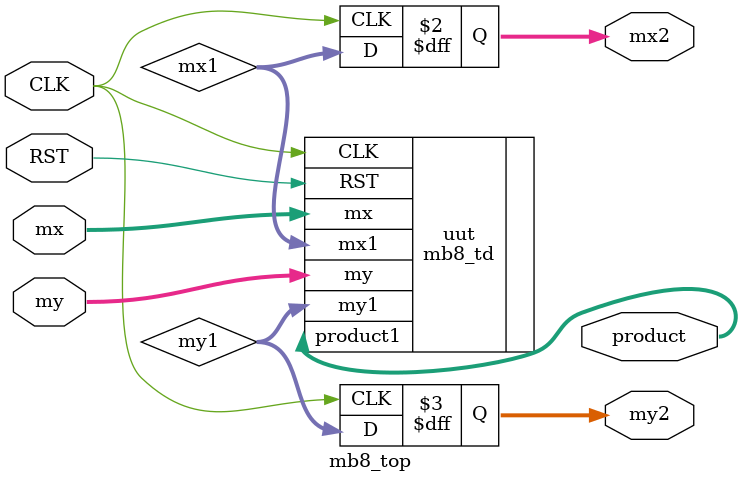
<source format=v>
module mb8_top #(parameter WIDTH = 8)(mx,my,CLK,RST,product,mx2,my2);
input wire [WIDTH-1:0] mx;
input wire [WIDTH-1:0] my;
input wire CLK;
input wire RST;
output wire [(WIDTH*2)-1:0] product;
output reg [WIDTH-1:0] mx2;
output reg [WIDTH-1:0] my2;

wire [WIDTH-1:0] mx1;
wire [WIDTH-1:0] my1;

always @(posedge CLK)
begin
mx2<=mx1;
my2<=my1;
end
mb8_td uut(
	.mx(mx),
	.my(my),
	.CLK(CLK),
	.RST(RST),
	.mx1(mx1),
	.my1(my1),
	.product1(product));
    
endmodule

</source>
